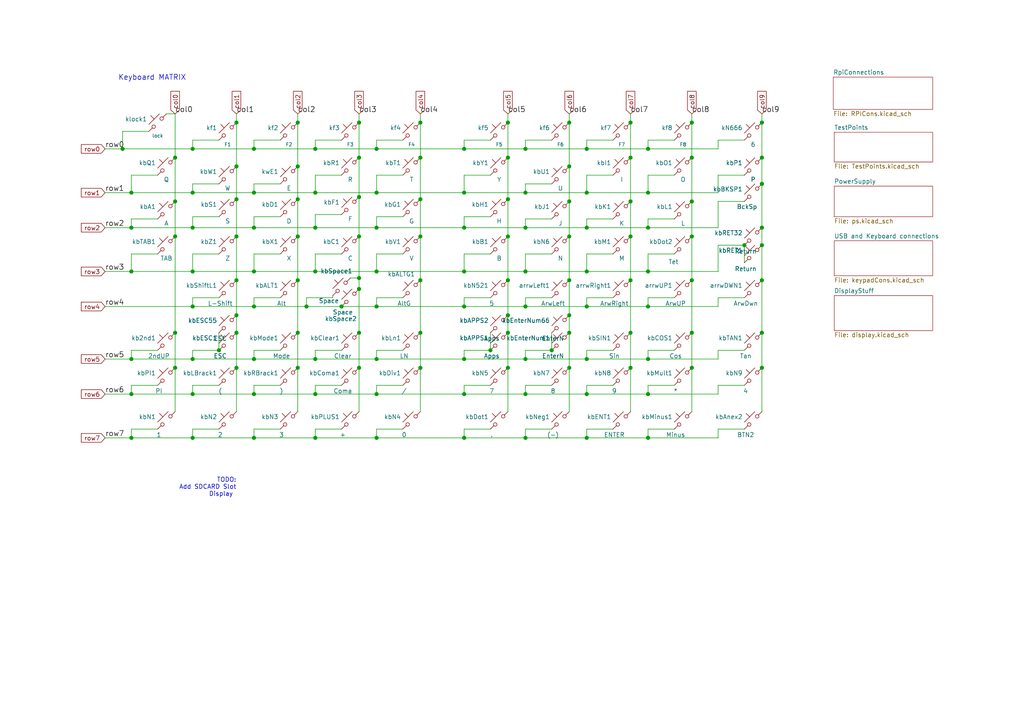
<source format=kicad_sch>
(kicad_sch (version 20210126) (generator eeschema)
  (paper "A4")
  (junction (at 35.56 43.18) (diameter 1.016))
  (junction (at 38.1 55.88) (diameter 1.016))
  (junction (at 38.1 66.04) (diameter 1.016))
  (junction (at 38.1 78.74) (diameter 1.016))
  (junction (at 38.1 104.14) (diameter 1.016))
  (junction (at 38.1 114.3) (diameter 1.016))
  (junction (at 38.1 127) (diameter 1.016))
  (junction (at 50.8 45.72) (diameter 1.016))
  (junction (at 50.8 58.42) (diameter 1.016))
  (junction (at 50.8 68.58) (diameter 1.016))
  (junction (at 50.8 96.52) (diameter 1.016))
  (junction (at 50.8 106.68) (diameter 1.016))
  (junction (at 55.88 43.18) (diameter 1.016))
  (junction (at 55.88 55.88) (diameter 1.016))
  (junction (at 55.88 66.04) (diameter 1.016))
  (junction (at 55.88 78.74) (diameter 1.016))
  (junction (at 55.88 88.9) (diameter 1.016))
  (junction (at 55.88 104.14) (diameter 1.016))
  (junction (at 55.88 114.3) (diameter 1.016))
  (junction (at 55.88 127) (diameter 1.016))
  (junction (at 63.5 101.6) (diameter 1.016))
  (junction (at 68.58 35.56) (diameter 1.016))
  (junction (at 68.58 48.26) (diameter 1.016))
  (junction (at 68.58 57.785) (diameter 1.016))
  (junction (at 68.58 68.58) (diameter 1.016))
  (junction (at 68.58 81.28) (diameter 1.016))
  (junction (at 68.58 91.44) (diameter 1.016))
  (junction (at 68.58 96.52) (diameter 1.016))
  (junction (at 68.58 106.68) (diameter 1.016))
  (junction (at 73.66 43.18) (diameter 1.016))
  (junction (at 73.66 55.88) (diameter 1.016))
  (junction (at 73.66 66.04) (diameter 1.016))
  (junction (at 73.66 78.74) (diameter 1.016))
  (junction (at 73.66 88.9) (diameter 1.016))
  (junction (at 73.66 104.14) (diameter 1.016))
  (junction (at 73.66 114.3) (diameter 1.016))
  (junction (at 73.66 127) (diameter 1.016))
  (junction (at 86.36 35.56) (diameter 1.016))
  (junction (at 86.36 48.26) (diameter 1.016))
  (junction (at 86.36 57.785) (diameter 1.016))
  (junction (at 86.36 68.58) (diameter 1.016))
  (junction (at 86.36 81.28) (diameter 1.016))
  (junction (at 86.36 96.52) (diameter 1.016))
  (junction (at 86.36 106.68) (diameter 1.016))
  (junction (at 88.9 88.9) (diameter 1.016))
  (junction (at 91.44 43.18) (diameter 1.016))
  (junction (at 91.44 55.88) (diameter 1.016))
  (junction (at 91.44 66.04) (diameter 1.016))
  (junction (at 91.44 78.74) (diameter 1.016))
  (junction (at 91.44 104.14) (diameter 1.016))
  (junction (at 91.44 114.3) (diameter 1.016))
  (junction (at 91.44 127) (diameter 1.016))
  (junction (at 99.06 88.9) (diameter 1.016))
  (junction (at 104.14 35.56) (diameter 1.016))
  (junction (at 104.14 45.72) (diameter 1.016))
  (junction (at 104.14 57.15) (diameter 1.016))
  (junction (at 104.14 68.58) (diameter 1.016))
  (junction (at 104.14 80.645) (diameter 1.016))
  (junction (at 104.14 83.82) (diameter 1.016))
  (junction (at 104.14 96.52) (diameter 1.016))
  (junction (at 104.14 106.68) (diameter 1.016))
  (junction (at 109.22 43.18) (diameter 1.016))
  (junction (at 109.22 55.88) (diameter 1.016))
  (junction (at 109.22 66.04) (diameter 1.016))
  (junction (at 109.22 78.74) (diameter 1.016))
  (junction (at 109.22 88.9) (diameter 1.016))
  (junction (at 109.22 104.14) (diameter 1.016))
  (junction (at 109.22 114.3) (diameter 1.016))
  (junction (at 109.22 127) (diameter 1.016))
  (junction (at 121.92 35.56) (diameter 1.016))
  (junction (at 121.92 45.72) (diameter 1.016))
  (junction (at 121.92 57.785) (diameter 1.016))
  (junction (at 121.92 68.58) (diameter 1.016))
  (junction (at 121.92 81.28) (diameter 1.016))
  (junction (at 121.92 96.52) (diameter 1.016))
  (junction (at 121.92 106.68) (diameter 1.016))
  (junction (at 134.62 43.18) (diameter 1.016))
  (junction (at 134.62 55.88) (diameter 1.016))
  (junction (at 134.62 66.04) (diameter 1.016))
  (junction (at 134.62 78.74) (diameter 1.016))
  (junction (at 134.62 88.9) (diameter 1.016))
  (junction (at 134.62 104.14) (diameter 1.016))
  (junction (at 134.62 114.3) (diameter 1.016))
  (junction (at 134.62 127) (diameter 1.016))
  (junction (at 142.24 101.6) (diameter 1.016))
  (junction (at 147.32 35.56) (diameter 1.016))
  (junction (at 147.32 45.72) (diameter 1.016))
  (junction (at 147.32 57.785) (diameter 1.016))
  (junction (at 147.32 68.58) (diameter 1.016))
  (junction (at 147.32 81.28) (diameter 1.016))
  (junction (at 147.32 91.44) (diameter 1.016))
  (junction (at 147.32 96.52) (diameter 1.016))
  (junction (at 147.32 106.68) (diameter 1.016))
  (junction (at 152.4 43.18) (diameter 1.016))
  (junction (at 152.4 55.88) (diameter 1.016))
  (junction (at 152.4 66.04) (diameter 1.016))
  (junction (at 152.4 78.74) (diameter 1.016))
  (junction (at 152.4 88.9) (diameter 1.016))
  (junction (at 152.4 104.14) (diameter 1.016))
  (junction (at 152.4 114.3) (diameter 1.016))
  (junction (at 152.4 127) (diameter 1.016))
  (junction (at 160.02 101.6) (diameter 1.016))
  (junction (at 165.1 35.56) (diameter 1.016))
  (junction (at 165.1 48.26) (diameter 1.016))
  (junction (at 165.1 58.42) (diameter 1.016))
  (junction (at 165.1 68.58) (diameter 1.016))
  (junction (at 165.1 81.28) (diameter 1.016))
  (junction (at 165.1 91.44) (diameter 1.016))
  (junction (at 165.1 96.52) (diameter 1.016))
  (junction (at 165.1 106.68) (diameter 1.016))
  (junction (at 170.18 43.18) (diameter 1.016))
  (junction (at 170.18 55.88) (diameter 1.016))
  (junction (at 170.18 66.04) (diameter 1.016))
  (junction (at 170.18 78.74) (diameter 1.016))
  (junction (at 170.18 88.9) (diameter 1.016))
  (junction (at 170.18 104.14) (diameter 1.016))
  (junction (at 170.18 114.3) (diameter 1.016))
  (junction (at 170.18 127) (diameter 1.016))
  (junction (at 182.88 35.56) (diameter 1.016))
  (junction (at 182.88 45.72) (diameter 1.016))
  (junction (at 182.88 58.42) (diameter 1.016))
  (junction (at 182.88 68.58) (diameter 1.016))
  (junction (at 182.88 81.28) (diameter 1.016))
  (junction (at 182.88 96.52) (diameter 1.016))
  (junction (at 182.88 106.68) (diameter 1.016))
  (junction (at 187.96 43.18) (diameter 1.016))
  (junction (at 187.96 55.88) (diameter 1.016))
  (junction (at 187.96 66.04) (diameter 1.016))
  (junction (at 187.96 78.74) (diameter 1.016))
  (junction (at 187.96 88.9) (diameter 1.016))
  (junction (at 187.96 104.14) (diameter 1.016))
  (junction (at 187.96 114.3) (diameter 1.016))
  (junction (at 187.96 127) (diameter 1.016))
  (junction (at 200.66 35.56) (diameter 1.016))
  (junction (at 200.66 45.72) (diameter 1.016))
  (junction (at 200.66 58.42) (diameter 1.016))
  (junction (at 200.66 68.58) (diameter 1.016))
  (junction (at 200.66 81.28) (diameter 1.016))
  (junction (at 200.66 96.52) (diameter 1.016))
  (junction (at 200.66 106.68) (diameter 1.016))
  (junction (at 215.9 71.12) (diameter 1.016))
  (junction (at 220.98 35.56) (diameter 1.016))
  (junction (at 220.98 45.72) (diameter 1.016))
  (junction (at 220.98 53.34) (diameter 1.016))
  (junction (at 220.98 66.04) (diameter 1.016))
  (junction (at 220.98 71.12) (diameter 1.016))
  (junction (at 220.98 81.28) (diameter 1.016))
  (junction (at 220.98 96.52) (diameter 1.016))
  (junction (at 220.98 106.68) (diameter 1.016))
  (wire (pts (xy 30.48 43.18) (xy 35.56 43.18)))
  (wire (pts (xy 30.48 55.88) (xy 38.1 55.88)))
  (wire (pts (xy 30.48 66.04) (xy 38.1 66.04)))
  (wire (pts (xy 30.48 78.74) (xy 38.1 78.74)))
  (wire (pts (xy 30.48 88.9) (xy 55.88 88.9)))
  (wire (pts (xy 30.48 104.14) (xy 38.1 104.14)))
  (wire (pts (xy 30.48 114.3) (xy 38.1 114.3)))
  (wire (pts (xy 30.48 127) (xy 38.1 127)))
  (wire (pts (xy 35.56 38.1) (xy 35.56 43.18)))
  (wire (pts (xy 35.56 38.1) (xy 43.18 38.1)))
  (wire (pts (xy 35.56 43.18) (xy 55.88 43.18)))
  (wire (pts (xy 38.1 50.8) (xy 38.1 55.88)))
  (wire (pts (xy 38.1 50.8) (xy 45.72 50.8)))
  (wire (pts (xy 38.1 55.88) (xy 55.88 55.88)))
  (wire (pts (xy 38.1 63.5) (xy 38.1 66.04)))
  (wire (pts (xy 38.1 63.5) (xy 45.72 63.5)))
  (wire (pts (xy 38.1 66.04) (xy 55.88 66.04)))
  (wire (pts (xy 38.1 73.66) (xy 38.1 78.74)))
  (wire (pts (xy 38.1 73.66) (xy 45.72 73.66)))
  (wire (pts (xy 38.1 78.74) (xy 55.88 78.74)))
  (wire (pts (xy 38.1 101.6) (xy 38.1 104.14)))
  (wire (pts (xy 38.1 101.6) (xy 45.72 101.6)))
  (wire (pts (xy 38.1 104.14) (xy 55.88 104.14)))
  (wire (pts (xy 38.1 111.76) (xy 38.1 114.3)))
  (wire (pts (xy 38.1 111.76) (xy 45.72 111.76)))
  (wire (pts (xy 38.1 114.3) (xy 55.88 114.3)))
  (wire (pts (xy 38.1 124.46) (xy 38.1 127)))
  (wire (pts (xy 38.1 124.46) (xy 45.72 124.46)))
  (wire (pts (xy 38.1 127) (xy 55.88 127)))
  (wire (pts (xy 48.26 33.02) (xy 50.8 33.02)))
  (wire (pts (xy 50.8 33.02) (xy 50.8 45.72)))
  (wire (pts (xy 50.8 45.72) (xy 50.8 58.42)))
  (wire (pts (xy 50.8 58.42) (xy 50.8 68.58)))
  (wire (pts (xy 50.8 68.58) (xy 50.8 96.52)))
  (wire (pts (xy 50.8 96.52) (xy 50.8 106.68)))
  (wire (pts (xy 50.8 106.68) (xy 50.8 119.38)))
  (wire (pts (xy 55.88 40.64) (xy 55.88 43.18)))
  (wire (pts (xy 55.88 40.64) (xy 63.5 40.64)))
  (wire (pts (xy 55.88 43.18) (xy 73.66 43.18)))
  (wire (pts (xy 55.88 53.34) (xy 55.88 55.88)))
  (wire (pts (xy 55.88 53.34) (xy 63.5 53.34)))
  (wire (pts (xy 55.88 55.88) (xy 73.66 55.88)))
  (wire (pts (xy 55.88 62.865) (xy 55.88 66.04)))
  (wire (pts (xy 55.88 62.865) (xy 63.5 62.865)))
  (wire (pts (xy 55.88 66.04) (xy 73.66 66.04)))
  (wire (pts (xy 55.88 73.66) (xy 55.88 78.74)))
  (wire (pts (xy 55.88 73.66) (xy 63.5 73.66)))
  (wire (pts (xy 55.88 78.74) (xy 73.66 78.74)))
  (wire (pts (xy 55.88 86.36) (xy 55.88 88.9)))
  (wire (pts (xy 55.88 86.36) (xy 63.5 86.36)))
  (wire (pts (xy 55.88 88.9) (xy 73.66 88.9)))
  (wire (pts (xy 55.88 101.6) (xy 55.88 104.14)))
  (wire (pts (xy 55.88 101.6) (xy 63.5 101.6)))
  (wire (pts (xy 55.88 104.14) (xy 73.66 104.14)))
  (wire (pts (xy 55.88 111.76) (xy 55.88 114.3)))
  (wire (pts (xy 55.88 111.76) (xy 63.5 111.76)))
  (wire (pts (xy 55.88 114.3) (xy 73.66 114.3)))
  (wire (pts (xy 55.88 124.46) (xy 55.88 127)))
  (wire (pts (xy 55.88 124.46) (xy 63.5 124.46)))
  (wire (pts (xy 55.88 127) (xy 73.66 127)))
  (wire (pts (xy 63.5 96.52) (xy 63.5 101.6)))
  (wire (pts (xy 68.58 33.02) (xy 68.58 35.56)))
  (wire (pts (xy 68.58 35.56) (xy 68.58 48.26)))
  (wire (pts (xy 68.58 48.26) (xy 68.58 57.785)))
  (wire (pts (xy 68.58 57.785) (xy 68.58 68.58)))
  (wire (pts (xy 68.58 68.58) (xy 68.58 81.28)))
  (wire (pts (xy 68.58 81.28) (xy 68.58 91.44)))
  (wire (pts (xy 68.58 91.44) (xy 68.58 96.52)))
  (wire (pts (xy 68.58 96.52) (xy 68.58 106.68)))
  (wire (pts (xy 68.58 106.68) (xy 68.58 119.38)))
  (wire (pts (xy 73.66 40.64) (xy 73.66 43.18)))
  (wire (pts (xy 73.66 40.64) (xy 81.28 40.64)))
  (wire (pts (xy 73.66 43.18) (xy 91.44 43.18)))
  (wire (pts (xy 73.66 53.34) (xy 73.66 55.88)))
  (wire (pts (xy 73.66 53.34) (xy 81.28 53.34)))
  (wire (pts (xy 73.66 55.88) (xy 91.44 55.88)))
  (wire (pts (xy 73.66 62.865) (xy 73.66 66.04)))
  (wire (pts (xy 73.66 62.865) (xy 81.28 62.865)))
  (wire (pts (xy 73.66 66.04) (xy 91.44 66.04)))
  (wire (pts (xy 73.66 73.66) (xy 73.66 78.74)))
  (wire (pts (xy 73.66 73.66) (xy 81.28 73.66)))
  (wire (pts (xy 73.66 78.74) (xy 91.44 78.74)))
  (wire (pts (xy 73.66 86.36) (xy 73.66 88.9)))
  (wire (pts (xy 73.66 86.36) (xy 81.28 86.36)))
  (wire (pts (xy 73.66 88.9) (xy 88.9 88.9)))
  (wire (pts (xy 73.66 101.6) (xy 73.66 104.14)))
  (wire (pts (xy 73.66 101.6) (xy 81.28 101.6)))
  (wire (pts (xy 73.66 104.14) (xy 91.44 104.14)))
  (wire (pts (xy 73.66 111.76) (xy 73.66 114.3)))
  (wire (pts (xy 73.66 111.76) (xy 81.28 111.76)))
  (wire (pts (xy 73.66 114.3) (xy 91.44 114.3)))
  (wire (pts (xy 73.66 124.46) (xy 73.66 127)))
  (wire (pts (xy 73.66 124.46) (xy 81.28 124.46)))
  (wire (pts (xy 73.66 127) (xy 91.44 127)))
  (wire (pts (xy 86.36 33.02) (xy 86.36 35.56)))
  (wire (pts (xy 86.36 35.56) (xy 86.36 48.26)))
  (wire (pts (xy 86.36 48.26) (xy 86.36 57.785)))
  (wire (pts (xy 86.36 57.785) (xy 86.36 68.58)))
  (wire (pts (xy 86.36 68.58) (xy 86.36 81.28)))
  (wire (pts (xy 86.36 81.28) (xy 86.36 96.52)))
  (wire (pts (xy 86.36 96.52) (xy 86.36 106.68)))
  (wire (pts (xy 86.36 106.68) (xy 86.36 119.38)))
  (wire (pts (xy 88.9 86.36) (xy 88.9 88.9)))
  (wire (pts (xy 88.9 86.36) (xy 96.52 86.36)))
  (wire (pts (xy 88.9 88.9) (xy 99.06 88.9)))
  (wire (pts (xy 91.44 40.64) (xy 91.44 43.18)))
  (wire (pts (xy 91.44 40.64) (xy 99.06 40.64)))
  (wire (pts (xy 91.44 43.18) (xy 109.22 43.18)))
  (wire (pts (xy 91.44 50.8) (xy 91.44 55.88)))
  (wire (pts (xy 91.44 50.8) (xy 99.06 50.8)))
  (wire (pts (xy 91.44 55.88) (xy 109.22 55.88)))
  (wire (pts (xy 91.44 62.23) (xy 91.44 66.04)))
  (wire (pts (xy 91.44 62.23) (xy 99.06 62.23)))
  (wire (pts (xy 91.44 66.04) (xy 109.22 66.04)))
  (wire (pts (xy 91.44 73.66) (xy 91.44 78.74)))
  (wire (pts (xy 91.44 73.66) (xy 99.06 73.66)))
  (wire (pts (xy 91.44 78.74) (xy 109.22 78.74)))
  (wire (pts (xy 91.44 101.6) (xy 91.44 104.14)))
  (wire (pts (xy 91.44 101.6) (xy 99.06 101.6)))
  (wire (pts (xy 91.44 104.14) (xy 109.22 104.14)))
  (wire (pts (xy 91.44 111.76) (xy 91.44 114.3)))
  (wire (pts (xy 91.44 111.76) (xy 99.06 111.76)))
  (wire (pts (xy 91.44 114.3) (xy 109.22 114.3)))
  (wire (pts (xy 91.44 124.46) (xy 91.44 127)))
  (wire (pts (xy 91.44 124.46) (xy 99.06 124.46)))
  (wire (pts (xy 91.44 127) (xy 109.22 127)))
  (wire (pts (xy 96.52 85.725) (xy 96.52 86.36)))
  (wire (pts (xy 99.06 88.9) (xy 109.22 88.9)))
  (wire (pts (xy 101.6 80.645) (xy 104.14 80.645)))
  (wire (pts (xy 104.14 33.02) (xy 104.14 35.56)))
  (wire (pts (xy 104.14 35.56) (xy 104.14 45.72)))
  (wire (pts (xy 104.14 45.72) (xy 104.14 57.15)))
  (wire (pts (xy 104.14 57.15) (xy 104.14 68.58)))
  (wire (pts (xy 104.14 68.58) (xy 104.14 80.645)))
  (wire (pts (xy 104.14 80.645) (xy 104.14 83.82)))
  (wire (pts (xy 104.14 83.82) (xy 104.14 96.52)))
  (wire (pts (xy 104.14 96.52) (xy 104.14 106.68)))
  (wire (pts (xy 104.14 106.68) (xy 104.14 119.38)))
  (wire (pts (xy 109.22 40.64) (xy 109.22 43.18)))
  (wire (pts (xy 109.22 40.64) (xy 116.84 40.64)))
  (wire (pts (xy 109.22 43.18) (xy 134.62 43.18)))
  (wire (pts (xy 109.22 50.8) (xy 109.22 55.88)))
  (wire (pts (xy 109.22 50.8) (xy 116.84 50.8)))
  (wire (pts (xy 109.22 55.88) (xy 134.62 55.88)))
  (wire (pts (xy 109.22 62.865) (xy 109.22 66.04)))
  (wire (pts (xy 109.22 62.865) (xy 116.84 62.865)))
  (wire (pts (xy 109.22 66.04) (xy 134.62 66.04)))
  (wire (pts (xy 109.22 73.66) (xy 109.22 78.74)))
  (wire (pts (xy 109.22 73.66) (xy 116.84 73.66)))
  (wire (pts (xy 109.22 78.74) (xy 134.62 78.74)))
  (wire (pts (xy 109.22 86.36) (xy 109.22 88.9)))
  (wire (pts (xy 109.22 86.36) (xy 116.84 86.36)))
  (wire (pts (xy 109.22 88.9) (xy 134.62 88.9)))
  (wire (pts (xy 109.22 101.6) (xy 109.22 104.14)))
  (wire (pts (xy 109.22 101.6) (xy 116.84 101.6)))
  (wire (pts (xy 109.22 104.14) (xy 134.62 104.14)))
  (wire (pts (xy 109.22 111.76) (xy 109.22 114.3)))
  (wire (pts (xy 109.22 111.76) (xy 116.84 111.76)))
  (wire (pts (xy 109.22 114.3) (xy 134.62 114.3)))
  (wire (pts (xy 109.22 124.46) (xy 109.22 127)))
  (wire (pts (xy 109.22 124.46) (xy 116.84 124.46)))
  (wire (pts (xy 109.22 127) (xy 134.62 127)))
  (wire (pts (xy 121.92 33.02) (xy 121.92 35.56)))
  (wire (pts (xy 121.92 35.56) (xy 121.92 45.72)))
  (wire (pts (xy 121.92 45.72) (xy 121.92 57.785)))
  (wire (pts (xy 121.92 57.785) (xy 121.92 68.58)))
  (wire (pts (xy 121.92 68.58) (xy 121.92 81.28)))
  (wire (pts (xy 121.92 81.28) (xy 121.92 96.52)))
  (wire (pts (xy 121.92 96.52) (xy 121.92 106.68)))
  (wire (pts (xy 121.92 106.68) (xy 121.92 119.38)))
  (wire (pts (xy 134.62 40.64) (xy 134.62 43.18)))
  (wire (pts (xy 134.62 40.64) (xy 142.24 40.64)))
  (wire (pts (xy 134.62 43.18) (xy 152.4 43.18)))
  (wire (pts (xy 134.62 50.8) (xy 134.62 55.88)))
  (wire (pts (xy 134.62 50.8) (xy 142.24 50.8)))
  (wire (pts (xy 134.62 55.88) (xy 152.4 55.88)))
  (wire (pts (xy 134.62 62.865) (xy 134.62 66.04)))
  (wire (pts (xy 134.62 62.865) (xy 142.24 62.865)))
  (wire (pts (xy 134.62 66.04) (xy 152.4 66.04)))
  (wire (pts (xy 134.62 73.66) (xy 134.62 78.74)))
  (wire (pts (xy 134.62 73.66) (xy 142.24 73.66)))
  (wire (pts (xy 134.62 78.74) (xy 152.4 78.74)))
  (wire (pts (xy 134.62 86.36) (xy 134.62 88.9)))
  (wire (pts (xy 134.62 86.36) (xy 142.24 86.36)))
  (wire (pts (xy 134.62 88.9) (xy 152.4 88.9)))
  (wire (pts (xy 134.62 101.6) (xy 134.62 104.14)))
  (wire (pts (xy 134.62 101.6) (xy 142.24 101.6)))
  (wire (pts (xy 134.62 104.14) (xy 152.4 104.14)))
  (wire (pts (xy 134.62 111.76) (xy 134.62 114.3)))
  (wire (pts (xy 134.62 111.76) (xy 142.24 111.76)))
  (wire (pts (xy 134.62 114.3) (xy 152.4 114.3)))
  (wire (pts (xy 134.62 124.46) (xy 134.62 127)))
  (wire (pts (xy 134.62 124.46) (xy 142.24 124.46)))
  (wire (pts (xy 134.62 127) (xy 152.4 127)))
  (wire (pts (xy 142.24 96.52) (xy 142.24 101.6)))
  (wire (pts (xy 147.32 33.02) (xy 147.32 35.56)))
  (wire (pts (xy 147.32 35.56) (xy 147.32 45.72)))
  (wire (pts (xy 147.32 45.72) (xy 147.32 57.785)))
  (wire (pts (xy 147.32 57.785) (xy 147.32 68.58)))
  (wire (pts (xy 147.32 68.58) (xy 147.32 81.28)))
  (wire (pts (xy 147.32 81.28) (xy 147.32 91.44)))
  (wire (pts (xy 147.32 91.44) (xy 147.32 96.52)))
  (wire (pts (xy 147.32 96.52) (xy 147.32 106.68)))
  (wire (pts (xy 147.32 106.68) (xy 147.32 119.38)))
  (wire (pts (xy 152.4 40.64) (xy 152.4 43.18)))
  (wire (pts (xy 152.4 40.64) (xy 160.02 40.64)))
  (wire (pts (xy 152.4 43.18) (xy 170.18 43.18)))
  (wire (pts (xy 152.4 53.34) (xy 152.4 55.88)))
  (wire (pts (xy 152.4 53.34) (xy 160.02 53.34)))
  (wire (pts (xy 152.4 55.88) (xy 170.18 55.88)))
  (wire (pts (xy 152.4 63.5) (xy 152.4 66.04)))
  (wire (pts (xy 152.4 63.5) (xy 160.02 63.5)))
  (wire (pts (xy 152.4 66.04) (xy 170.18 66.04)))
  (wire (pts (xy 152.4 73.66) (xy 152.4 78.74)))
  (wire (pts (xy 152.4 73.66) (xy 160.02 73.66)))
  (wire (pts (xy 152.4 78.74) (xy 170.18 78.74)))
  (wire (pts (xy 152.4 86.36) (xy 152.4 88.9)))
  (wire (pts (xy 152.4 86.36) (xy 160.02 86.36)))
  (wire (pts (xy 152.4 88.9) (xy 170.18 88.9)))
  (wire (pts (xy 152.4 101.6) (xy 152.4 104.14)))
  (wire (pts (xy 152.4 101.6) (xy 160.02 101.6)))
  (wire (pts (xy 152.4 104.14) (xy 170.18 104.14)))
  (wire (pts (xy 152.4 111.76) (xy 152.4 114.3)))
  (wire (pts (xy 152.4 111.76) (xy 160.02 111.76)))
  (wire (pts (xy 152.4 114.3) (xy 170.18 114.3)))
  (wire (pts (xy 152.4 124.46) (xy 152.4 127)))
  (wire (pts (xy 152.4 124.46) (xy 160.02 124.46)))
  (wire (pts (xy 152.4 127) (xy 170.18 127)))
  (wire (pts (xy 160.02 96.52) (xy 160.02 101.6)))
  (wire (pts (xy 165.1 33.02) (xy 165.1 35.56)))
  (wire (pts (xy 165.1 35.56) (xy 165.1 48.26)))
  (wire (pts (xy 165.1 48.26) (xy 165.1 58.42)))
  (wire (pts (xy 165.1 58.42) (xy 165.1 68.58)))
  (wire (pts (xy 165.1 68.58) (xy 165.1 81.28)))
  (wire (pts (xy 165.1 81.28) (xy 165.1 91.44)))
  (wire (pts (xy 165.1 91.44) (xy 165.1 96.52)))
  (wire (pts (xy 165.1 96.52) (xy 165.1 106.68)))
  (wire (pts (xy 165.1 106.68) (xy 165.1 119.38)))
  (wire (pts (xy 170.18 40.64) (xy 170.18 43.18)))
  (wire (pts (xy 170.18 40.64) (xy 177.8 40.64)))
  (wire (pts (xy 170.18 43.18) (xy 187.96 43.18)))
  (wire (pts (xy 170.18 50.8) (xy 170.18 55.88)))
  (wire (pts (xy 170.18 50.8) (xy 177.8 50.8)))
  (wire (pts (xy 170.18 55.88) (xy 187.96 55.88)))
  (wire (pts (xy 170.18 63.5) (xy 170.18 66.04)))
  (wire (pts (xy 170.18 63.5) (xy 177.8 63.5)))
  (wire (pts (xy 170.18 66.04) (xy 187.96 66.04)))
  (wire (pts (xy 170.18 73.66) (xy 170.18 78.74)))
  (wire (pts (xy 170.18 73.66) (xy 177.8 73.66)))
  (wire (pts (xy 170.18 78.74) (xy 187.96 78.74)))
  (wire (pts (xy 170.18 86.36) (xy 170.18 88.9)))
  (wire (pts (xy 170.18 86.36) (xy 177.8 86.36)))
  (wire (pts (xy 170.18 88.9) (xy 187.96 88.9)))
  (wire (pts (xy 170.18 101.6) (xy 170.18 104.14)))
  (wire (pts (xy 170.18 101.6) (xy 177.8 101.6)))
  (wire (pts (xy 170.18 104.14) (xy 187.96 104.14)))
  (wire (pts (xy 170.18 111.76) (xy 170.18 114.3)))
  (wire (pts (xy 170.18 111.76) (xy 177.8 111.76)))
  (wire (pts (xy 170.18 114.3) (xy 187.96 114.3)))
  (wire (pts (xy 170.18 124.46) (xy 170.18 127)))
  (wire (pts (xy 170.18 124.46) (xy 177.8 124.46)))
  (wire (pts (xy 170.18 127) (xy 187.96 127)))
  (wire (pts (xy 182.88 33.02) (xy 182.88 35.56)))
  (wire (pts (xy 182.88 35.56) (xy 182.88 45.72)))
  (wire (pts (xy 182.88 45.72) (xy 182.88 58.42)))
  (wire (pts (xy 182.88 58.42) (xy 182.88 68.58)))
  (wire (pts (xy 182.88 68.58) (xy 182.88 81.28)))
  (wire (pts (xy 182.88 81.28) (xy 182.88 96.52)))
  (wire (pts (xy 182.88 96.52) (xy 182.88 106.68)))
  (wire (pts (xy 182.88 106.68) (xy 182.88 119.38)))
  (wire (pts (xy 187.96 40.64) (xy 187.96 43.18)))
  (wire (pts (xy 187.96 40.64) (xy 195.58 40.64)))
  (wire (pts (xy 187.96 43.18) (xy 208.28 43.18)))
  (wire (pts (xy 187.96 50.8) (xy 187.96 55.88)))
  (wire (pts (xy 187.96 50.8) (xy 195.58 50.8)))
  (wire (pts (xy 187.96 55.88) (xy 208.28 55.88)))
  (wire (pts (xy 187.96 63.5) (xy 187.96 66.04)))
  (wire (pts (xy 187.96 63.5) (xy 195.58 63.5)))
  (wire (pts (xy 187.96 66.04) (xy 208.28 66.04)))
  (wire (pts (xy 187.96 73.66) (xy 187.96 78.74)))
  (wire (pts (xy 187.96 73.66) (xy 195.58 73.66)))
  (wire (pts (xy 187.96 78.74) (xy 208.28 78.74)))
  (wire (pts (xy 187.96 86.36) (xy 187.96 88.9)))
  (wire (pts (xy 187.96 86.36) (xy 195.58 86.36)))
  (wire (pts (xy 187.96 88.9) (xy 208.28 88.9)))
  (wire (pts (xy 187.96 101.6) (xy 187.96 104.14)))
  (wire (pts (xy 187.96 101.6) (xy 195.58 101.6)))
  (wire (pts (xy 187.96 104.14) (xy 208.28 104.14)))
  (wire (pts (xy 187.96 111.76) (xy 187.96 114.3)))
  (wire (pts (xy 187.96 111.76) (xy 195.58 111.76)))
  (wire (pts (xy 187.96 114.3) (xy 208.28 114.3)))
  (wire (pts (xy 187.96 124.46) (xy 187.96 127)))
  (wire (pts (xy 187.96 124.46) (xy 195.58 124.46)))
  (wire (pts (xy 187.96 127) (xy 208.28 127)))
  (wire (pts (xy 200.66 33.02) (xy 200.66 35.56)))
  (wire (pts (xy 200.66 35.56) (xy 200.66 45.72)))
  (wire (pts (xy 200.66 45.72) (xy 200.66 58.42)))
  (wire (pts (xy 200.66 58.42) (xy 200.66 68.58)))
  (wire (pts (xy 200.66 68.58) (xy 200.66 81.28)))
  (wire (pts (xy 200.66 81.28) (xy 200.66 96.52)))
  (wire (pts (xy 200.66 96.52) (xy 200.66 106.68)))
  (wire (pts (xy 200.66 106.68) (xy 200.66 119.38)))
  (wire (pts (xy 208.28 40.64) (xy 208.28 43.18)))
  (wire (pts (xy 208.28 40.64) (xy 215.9 40.64)))
  (wire (pts (xy 208.28 50.8) (xy 208.28 55.88)))
  (wire (pts (xy 208.28 50.8) (xy 215.9 50.8)))
  (wire (pts (xy 208.28 58.42) (xy 208.28 66.04)))
  (wire (pts (xy 208.28 58.42) (xy 215.9 58.42)))
  (wire (pts (xy 208.28 71.12) (xy 208.28 78.74)))
  (wire (pts (xy 208.28 71.12) (xy 215.9 71.12)))
  (wire (pts (xy 208.28 86.36) (xy 208.28 88.9)))
  (wire (pts (xy 208.28 86.36) (xy 215.9 86.36)))
  (wire (pts (xy 208.28 101.6) (xy 208.28 104.14)))
  (wire (pts (xy 208.28 101.6) (xy 215.9 101.6)))
  (wire (pts (xy 208.28 111.76) (xy 208.28 114.3)))
  (wire (pts (xy 208.28 111.76) (xy 215.9 111.76)))
  (wire (pts (xy 208.28 124.46) (xy 208.28 127)))
  (wire (pts (xy 208.28 124.46) (xy 215.9 124.46)))
  (wire (pts (xy 215.9 71.12) (xy 215.9 76.2)))
  (wire (pts (xy 220.98 33.02) (xy 220.98 35.56)))
  (wire (pts (xy 220.98 35.56) (xy 220.98 45.72)))
  (wire (pts (xy 220.98 45.72) (xy 220.98 53.34)))
  (wire (pts (xy 220.98 53.34) (xy 220.98 66.04)))
  (wire (pts (xy 220.98 66.04) (xy 220.98 71.12)))
  (wire (pts (xy 220.98 71.12) (xy 220.98 81.28)))
  (wire (pts (xy 220.98 81.28) (xy 220.98 96.52)))
  (wire (pts (xy 220.98 96.52) (xy 220.98 106.68)))
  (wire (pts (xy 220.98 106.68) (xy 220.98 119.38)))
  (text "Keyboard MATRIX" (at 34.29 23.495 0) (effects (font (size 1.524 1.524)) (justify left bottom)))
  (text "TODO:\nAdd SDCARD Slot\nDisplay " (at 68.58 144.145 180) (effects (font (size 1.27 1.27)) (justify right bottom)))
  (label "row0" (at 30.48 43.18 0) (effects (font (size 1.524 1.524))))
  (label "row1" (at 30.48 55.88 0) (effects (font (size 1.524 1.524))))
  (label "row2" (at 30.48 66.04 0) (effects (font (size 1.524 1.524))))
  (label "row3" (at 30.48 78.74 0) (effects (font (size 1.524 1.524))))
  (label "row4" (at 30.48 88.9 0) (effects (font (size 1.524 1.524))))
  (label "row5" (at 30.48 104.14 0) (effects (font (size 1.524 1.524))))
  (label "row6" (at 30.48 114.3 0) (effects (font (size 1.524 1.524))))
  (label "row7" (at 30.48 127 0) (effects (font (size 1.524 1.524))))
  (label "col0" (at 50.8 33.02 0) (effects (font (size 1.524 1.524))))
  (label "col1" (at 68.58 33.02 0) (effects (font (size 1.524 1.524))))
  (label "col2" (at 86.36 33.02 0) (effects (font (size 1.524 1.524))))
  (label "col3" (at 104.14 33.02 0) (effects (font (size 1.524 1.524))))
  (label "col4" (at 121.92 33.02 0) (effects (font (size 1.524 1.524))))
  (label "col5" (at 147.32 33.02 0) (effects (font (size 1.524 1.524))))
  (label "col6" (at 165.1 33.02 0) (effects (font (size 1.524 1.524))))
  (label "col7" (at 182.88 33.02 0) (effects (font (size 1.524 1.524))))
  (label "col8" (at 200.66 33.02 0) (effects (font (size 1.524 1.524))))
  (label "col9" (at 220.98 33.02 0) (effects (font (size 1.524 1.524))))
  (global_label "row0" (shape input) (at 30.48 43.18 180) (property "Intersheet References" "${INTERSHEET_REFS}" (effects hide)))
  (global_label "row1" (shape input) (at 30.48 55.88 180) (property "Intersheet References" "${INTERSHEET_REFS}" (effects hide)))
  (global_label "row2" (shape input) (at 30.48 66.04 180) (property "Intersheet References" "${INTERSHEET_REFS}" (effects hide)))
  (global_label "row3" (shape input) (at 30.48 78.74 180) (property "Intersheet References" "${INTERSHEET_REFS}" (effects hide)))
  (global_label "row4" (shape input) (at 30.48 88.9 180) (property "Intersheet References" "${INTERSHEET_REFS}" (effects hide)))
  (global_label "row5" (shape input) (at 30.48 104.14 180) (property "Intersheet References" "${INTERSHEET_REFS}" (effects hide)))
  (global_label "row6" (shape input) (at 30.48 114.3 180) (property "Intersheet References" "${INTERSHEET_REFS}" (effects hide)))
  (global_label "row7" (shape input) (at 30.48 127 180) (property "Intersheet References" "${INTERSHEET_REFS}" (effects hide)))
  (global_label "col0" (shape input) (at 50.8 33.02 90) (property "Intersheet References" "${INTERSHEET_REFS}" (effects hide)))
  (global_label "col1" (shape input) (at 68.58 33.02 90) (property "Intersheet References" "${INTERSHEET_REFS}" (effects hide)))
  (global_label "col2" (shape input) (at 86.36 33.02 90) (property "Intersheet References" "${INTERSHEET_REFS}" (effects hide)))
  (global_label "col3" (shape input) (at 104.14 33.02 90) (property "Intersheet References" "${INTERSHEET_REFS}" (effects hide)))
  (global_label "col4" (shape input) (at 121.92 33.02 90) (property "Intersheet References" "${INTERSHEET_REFS}" (effects hide)))
  (global_label "col5" (shape input) (at 147.32 33.02 90) (property "Intersheet References" "${INTERSHEET_REFS}" (effects hide)))
  (global_label "col6" (shape input) (at 165.1 33.02 90) (property "Intersheet References" "${INTERSHEET_REFS}" (effects hide)))
  (global_label "col7" (shape input) (at 182.88 33.02 90) (property "Intersheet References" "${INTERSHEET_REFS}" (effects hide)))
  (global_label "col8" (shape input) (at 200.66 33.02 90) (property "Intersheet References" "${INTERSHEET_REFS}" (effects hide)))
  (global_label "col9" (shape input) (at 220.98 33.02 90) (property "Intersheet References" "${INTERSHEET_REFS}" (effects hide)))
  (symbol (lib_id "kb5-rescue:SW_Push_45deg-sw_push_45deg-ESP32-S2-WROOM-rescue") (at 45.72 35.56 0) (mirror y) (unit 1)
    (property "Reference" "klock1" (at 42.672 34.544 0) (effects (justify left)))
    (property "Value" "lock" (at 45.72 39.37 0) (effects (font (size 1 1))))
    (property "Footprint" "lib:Kbpad" (effects hide))
    (property "Datasheet" "https://fr.aliexpress.com/item/32820232659.html Button 6*6*5" (effects hide))
  )
  (symbol (lib_id "kb5-rescue:SW_Push_45deg-sw_push_45deg-ESP32-S2-WROOM-rescue") (at 48.26 48.26 0) (mirror y) (unit 1)
    (property "Reference" "kbQ1" (at 45.212 47.244 0) (effects (justify left)))
    (property "Value" "Q" (at 48.26 52.07 0))
    (property "Footprint" "lib:Kbpad" (effects hide))
  )
  (symbol (lib_id "kb5-rescue:SW_Push_45deg-sw_push_45deg-ESP32-S2-WROOM-rescue") (at 48.26 60.96 0) (mirror y) (unit 1)
    (property "Reference" "kbA1" (at 45.212 59.944 0) (effects (justify left)))
    (property "Value" "A" (at 48.26 64.77 0))
    (property "Footprint" "lib:Kbpad" (effects hide))
  )
  (symbol (lib_id "kb5-rescue:SW_Push_45deg-sw_push_45deg-ESP32-S2-WROOM-rescue") (at 48.26 71.12 0) (mirror y) (unit 1)
    (property "Reference" "kbTAB1" (at 45.212 70.104 0) (effects (justify left)))
    (property "Value" "TAB" (at 48.26 74.93 0))
    (property "Footprint" "lib:Kbpad" (effects hide))
  )
  (symbol (lib_id "kb5-rescue:SW_Push_45deg-sw_push_45deg-ESP32-S2-WROOM-rescue") (at 48.26 99.06 0) (mirror y) (unit 1)
    (property "Reference" "kb2nd1" (at 45.212 98.044 0) (effects (justify left)))
    (property "Value" "2ndUP" (at 46.101 103.251 0))
    (property "Footprint" "lib:Kbpad" (effects hide))
  )
  (symbol (lib_id "kb5-rescue:SW_Push_45deg-sw_push_45deg-ESP32-S2-WROOM-rescue") (at 48.26 109.22 0) (mirror y) (unit 1)
    (property "Reference" "kbPI1" (at 45.212 108.204 0) (effects (justify left)))
    (property "Value" "PI" (at 46.101 113.411 0))
    (property "Footprint" "lib:Kbpad" (effects hide))
  )
  (symbol (lib_id "kb5-rescue:SW_Push_45deg-sw_push_45deg-ESP32-S2-WROOM-rescue") (at 48.26 121.92 0) (mirror y) (unit 1)
    (property "Reference" "kbN1" (at 45.212 120.904 0) (effects (justify left)))
    (property "Value" "1" (at 46.101 126.111 0))
    (property "Footprint" "lib:Kbpad" (effects hide))
  )
  (symbol (lib_id "kb5-rescue:SW_Push_45deg-sw_push_45deg-ESP32-S2-WROOM-rescue") (at 66.04 38.1 0) (mirror y) (unit 1)
    (property "Reference" "kf1" (at 62.992 37.084 0) (effects (justify left)))
    (property "Value" "F1" (at 66.04 41.91 0) (effects (font (size 1 1))))
    (property "Footprint" "lib:Kbpad" (effects hide))
  )
  (symbol (lib_id "kb5-rescue:SW_Push_45deg-sw_push_45deg-ESP32-S2-WROOM-rescue") (at 66.04 50.8 0) (mirror y) (unit 1)
    (property "Reference" "kbW1" (at 62.992 49.784 0) (effects (justify left)))
    (property "Value" "W" (at 66.04 54.61 0))
    (property "Footprint" "lib:Kbpad" (effects hide))
  )
  (symbol (lib_id "kb5-rescue:SW_Push_45deg-sw_push_45deg-ESP32-S2-WROOM-rescue") (at 66.04 60.325 0) (mirror y) (unit 1)
    (property "Reference" "kbS1" (at 62.992 59.309 0) (effects (justify left)))
    (property "Value" "S" (at 66.04 64.135 0))
    (property "Footprint" "lib:Kbpad" (effects hide))
  )
  (symbol (lib_id "kb5-rescue:SW_Push_45deg-sw_push_45deg-ESP32-S2-WROOM-rescue") (at 66.04 71.12 0) (mirror y) (unit 1)
    (property "Reference" "kbZ1" (at 62.992 70.104 0) (effects (justify left)))
    (property "Value" "Z" (at 66.04 74.93 0))
    (property "Footprint" "lib:Kbpad" (effects hide))
  )
  (symbol (lib_id "kb5-rescue:SW_Push_45deg-sw_push_45deg-ESP32-S2-WROOM-rescue") (at 66.04 83.82 0) (mirror y) (unit 1)
    (property "Reference" "kbShiftL1" (at 62.992 82.804 0) (effects (justify left)))
    (property "Value" "L-Shift" (at 63.881 88.011 0))
    (property "Footprint" "lib:Kbpad" (effects hide))
  )
  (symbol (lib_id "kb5-rescue:SW_Push_45deg-sw_push_45deg-ESP32-S2-WROOM-rescue") (at 66.04 93.98 0) (mirror y) (unit 1)
    (property "Reference" "kbESC55" (at 62.992 92.964 0) (effects (justify left)))
    (property "Value" "ESC" (at 63.881 98.171 0))
    (property "Footprint" "lib:Kbpad" (effects hide))
  )
  (symbol (lib_id "kb5-rescue:SW_Push_45deg-sw_push_45deg-ESP32-S2-WROOM-rescue") (at 66.04 99.06 0) (mirror y) (unit 1)
    (property "Reference" "kbESC1" (at 62.992 98.044 0) (effects (justify left)))
    (property "Value" "ESC" (at 63.881 103.251 0))
    (property "Footprint" "lib:Kbpad" (effects hide))
  )
  (symbol (lib_id "kb5-rescue:SW_Push_45deg-sw_push_45deg-ESP32-S2-WROOM-rescue") (at 66.04 109.22 0) (mirror y) (unit 1)
    (property "Reference" "kbLBrack1" (at 62.992 108.204 0) (effects (justify left)))
    (property "Value" "(" (at 63.881 113.411 0))
    (property "Footprint" "lib:Kbpad" (effects hide))
  )
  (symbol (lib_id "kb5-rescue:SW_Push_45deg-sw_push_45deg-ESP32-S2-WROOM-rescue") (at 66.04 121.92 0) (mirror y) (unit 1)
    (property "Reference" "kbN2" (at 62.992 120.904 0) (effects (justify left)))
    (property "Value" "2" (at 63.881 126.111 0))
    (property "Footprint" "lib:Kbpad" (effects hide))
  )
  (symbol (lib_id "kb5-rescue:SW_Push_45deg-sw_push_45deg-ESP32-S2-WROOM-rescue") (at 83.82 38.1 0) (mirror y) (unit 1)
    (property "Reference" "kf2" (at 80.772 37.084 0) (effects (justify left)))
    (property "Value" "F2" (at 83.82 41.91 0) (effects (font (size 1 1))))
    (property "Footprint" "lib:Kbpad" (effects hide))
  )
  (symbol (lib_id "kb5-rescue:SW_Push_45deg-sw_push_45deg-ESP32-S2-WROOM-rescue") (at 83.82 50.8 0) (mirror y) (unit 1)
    (property "Reference" "kwE1" (at 80.772 49.784 0) (effects (justify left)))
    (property "Value" "E" (at 83.82 54.61 0))
    (property "Footprint" "lib:Kbpad" (effects hide))
  )
  (symbol (lib_id "kb5-rescue:SW_Push_45deg-sw_push_45deg-ESP32-S2-WROOM-rescue") (at 83.82 60.325 0) (mirror y) (unit 1)
    (property "Reference" "kbD1" (at 80.772 59.309 0) (effects (justify left)))
    (property "Value" "D" (at 83.82 64.135 0))
    (property "Footprint" "lib:Kbpad" (effects hide))
  )
  (symbol (lib_id "kb5-rescue:SW_Push_45deg-sw_push_45deg-ESP32-S2-WROOM-rescue") (at 83.82 71.12 0) (mirror y) (unit 1)
    (property "Reference" "kbX1" (at 80.772 70.104 0) (effects (justify left)))
    (property "Value" "X" (at 83.82 74.93 0))
    (property "Footprint" "lib:Kbpad" (effects hide))
  )
  (symbol (lib_id "kb5-rescue:SW_Push_45deg-sw_push_45deg-ESP32-S2-WROOM-rescue") (at 83.82 83.82 0) (mirror y) (unit 1)
    (property "Reference" "kbALT1" (at 80.772 82.804 0) (effects (justify left)))
    (property "Value" "Alt" (at 81.661 88.011 0))
    (property "Footprint" "lib:Kbpad" (effects hide))
  )
  (symbol (lib_id "kb5-rescue:SW_Push_45deg-sw_push_45deg-ESP32-S2-WROOM-rescue") (at 83.82 99.06 0) (mirror y) (unit 1)
    (property "Reference" "kbMode1" (at 80.772 98.044 0) (effects (justify left)))
    (property "Value" "Mode" (at 81.661 103.251 0))
    (property "Footprint" "lib:Kbpad" (effects hide))
  )
  (symbol (lib_id "kb5-rescue:SW_Push_45deg-sw_push_45deg-ESP32-S2-WROOM-rescue") (at 83.82 109.22 0) (mirror y) (unit 1)
    (property "Reference" "kbRBrack1" (at 80.772 108.204 0) (effects (justify left)))
    (property "Value" ")" (at 81.661 113.411 0))
    (property "Footprint" "lib:Kbpad" (effects hide))
  )
  (symbol (lib_id "kb5-rescue:SW_Push_45deg-sw_push_45deg-ESP32-S2-WROOM-rescue") (at 83.82 121.92 0) (mirror y) (unit 1)
    (property "Reference" "kbN3" (at 80.772 120.904 0) (effects (justify left)))
    (property "Value" "3" (at 81.661 126.111 0))
    (property "Footprint" "lib:Kbpad" (effects hide))
  )
  (symbol (lib_id "kb5-rescue:SW_Push_45deg-sw_push_45deg-ESP32-S2-WROOM-rescue") (at 99.06 83.185 0) (mirror y) (unit 1)
    (property "Reference" "kbSpace1" (at 102.235 78.613 0) (effects (justify left)))
    (property "Value" "Space" (at 95.377 87.249 0))
    (property "Footprint" "lib:Kbpad" (effects hide))
  )
  (symbol (lib_id "kb5-rescue:SW_Push_45deg-sw_push_45deg-ESP32-S2-WROOM-rescue") (at 101.6 38.1 0) (mirror y) (unit 1)
    (property "Reference" "kf3" (at 98.552 37.084 0) (effects (justify left)))
    (property "Value" "F3" (at 101.6 41.91 0) (effects (font (size 1 1))))
    (property "Footprint" "lib:Kbpad" (effects hide))
  )
  (symbol (lib_id "kb5-rescue:SW_Push_45deg-sw_push_45deg-ESP32-S2-WROOM-rescue") (at 101.6 48.26 0) (mirror y) (unit 1)
    (property "Reference" "kbR1" (at 98.552 47.244 0) (effects (justify left)))
    (property "Value" "R" (at 101.6 52.07 0))
    (property "Footprint" "lib:Kbpad" (effects hide))
  )
  (symbol (lib_id "kb5-rescue:SW_Push_45deg-sw_push_45deg-ESP32-S2-WROOM-rescue") (at 101.6 59.69 0) (mirror y) (unit 1)
    (property "Reference" "kbF1" (at 98.552 58.674 0) (effects (justify left)))
    (property "Value" "F" (at 101.6 63.5 0))
    (property "Footprint" "lib:Kbpad" (effects hide))
  )
  (symbol (lib_id "kb5-rescue:SW_Push_45deg-sw_push_45deg-ESP32-S2-WROOM-rescue") (at 101.6 71.12 0) (mirror y) (unit 1)
    (property "Reference" "kbC1" (at 98.552 70.104 0) (effects (justify left)))
    (property "Value" "C" (at 101.6 74.93 0))
    (property "Footprint" "lib:Kbpad" (effects hide))
  )
  (symbol (lib_id "kb5-rescue:SW_Push_45deg-sw_push_45deg-ESP32-S2-WROOM-rescue") (at 101.6 86.36 0) (mirror y) (unit 1)
    (property "Reference" "kbSpace2" (at 103.505 92.456 0) (effects (justify left)))
    (property "Value" "Space" (at 99.441 90.551 0))
    (property "Footprint" "lib:Kbpad" (effects hide))
  )
  (symbol (lib_id "kb5-rescue:SW_Push_45deg-sw_push_45deg-ESP32-S2-WROOM-rescue") (at 101.6 99.06 0) (mirror y) (unit 1)
    (property "Reference" "kbClear1" (at 98.552 98.044 0) (effects (justify left)))
    (property "Value" "Clear" (at 99.441 103.251 0))
    (property "Footprint" "lib:Kbpad" (effects hide))
  )
  (symbol (lib_id "kb5-rescue:SW_Push_45deg-sw_push_45deg-ESP32-S2-WROOM-rescue") (at 101.6 109.22 0) (mirror y) (unit 1)
    (property "Reference" "kbComa1" (at 98.552 108.204 0) (effects (justify left)))
    (property "Value" "Coma" (at 99.441 113.411 0))
    (property "Footprint" "lib:Kbpad" (effects hide))
  )
  (symbol (lib_id "kb5-rescue:SW_Push_45deg-sw_push_45deg-ESP32-S2-WROOM-rescue") (at 101.6 121.92 0) (mirror y) (unit 1)
    (property "Reference" "kbPLUS1" (at 98.552 120.904 0) (effects (justify left)))
    (property "Value" "+" (at 99.441 126.111 0))
    (property "Footprint" "lib:Kbpad" (effects hide))
  )
  (symbol (lib_id "kb5-rescue:SW_Push_45deg-sw_push_45deg-ESP32-S2-WROOM-rescue") (at 119.38 38.1 0) (mirror y) (unit 1)
    (property "Reference" "kf4" (at 116.332 37.084 0) (effects (justify left)))
    (property "Value" "F4" (at 119.38 41.91 0) (effects (font (size 1 1))))
    (property "Footprint" "lib:Kbpad" (effects hide))
  )
  (symbol (lib_id "kb5-rescue:SW_Push_45deg-sw_push_45deg-ESP32-S2-WROOM-rescue") (at 119.38 48.26 0) (mirror y) (unit 1)
    (property "Reference" "kbT1" (at 116.332 47.244 0) (effects (justify left)))
    (property "Value" "T" (at 119.38 52.07 0))
    (property "Footprint" "lib:Kbpad" (effects hide))
  )
  (symbol (lib_id "kb5-rescue:SW_Push_45deg-sw_push_45deg-ESP32-S2-WROOM-rescue") (at 119.38 60.325 0) (mirror y) (unit 1)
    (property "Reference" "kbG1" (at 116.332 59.309 0) (effects (justify left)))
    (property "Value" "G" (at 119.38 64.135 0))
    (property "Footprint" "lib:Kbpad" (effects hide))
  )
  (symbol (lib_id "kb5-rescue:SW_Push_45deg-sw_push_45deg-ESP32-S2-WROOM-rescue") (at 119.38 71.12 0) (mirror y) (unit 1)
    (property "Reference" "kbV1" (at 116.332 70.104 0) (effects (justify left)))
    (property "Value" "V" (at 119.38 74.93 0))
    (property "Footprint" "lib:Kbpad" (effects hide))
  )
  (symbol (lib_id "kb5-rescue:SW_Push_45deg-sw_push_45deg-ESP32-S2-WROOM-rescue") (at 119.38 83.82 0) (mirror y) (unit 1)
    (property "Reference" "kbALTG1" (at 120.396 79.502 0) (effects (justify left)))
    (property "Value" "AltG" (at 117.221 88.011 0))
    (property "Footprint" "lib:Kbpad" (effects hide))
  )
  (symbol (lib_id "kb5-rescue:SW_Push_45deg-sw_push_45deg-ESP32-S2-WROOM-rescue") (at 119.38 99.06 0) (mirror y) (unit 1)
    (property "Reference" "kbLn1" (at 116.332 98.044 0) (effects (justify left)))
    (property "Value" "LN" (at 117.221 103.251 0))
    (property "Footprint" "lib:Kbpad" (effects hide))
  )
  (symbol (lib_id "kb5-rescue:SW_Push_45deg-sw_push_45deg-ESP32-S2-WROOM-rescue") (at 119.38 109.22 0) (mirror y) (unit 1)
    (property "Reference" "kbDiv1" (at 116.332 108.204 0) (effects (justify left)))
    (property "Value" "/" (at 117.221 113.411 0))
    (property "Footprint" "lib:Kbpad" (effects hide))
  )
  (symbol (lib_id "kb5-rescue:SW_Push_45deg-sw_push_45deg-ESP32-S2-WROOM-rescue") (at 119.38 121.92 0) (mirror y) (unit 1)
    (property "Reference" "kbN4" (at 116.332 120.904 0) (effects (justify left)))
    (property "Value" "0" (at 117.221 126.111 0))
    (property "Footprint" "lib:Kbpad" (effects hide))
  )
  (symbol (lib_id "kb5-rescue:SW_Push_45deg-sw_push_45deg-ESP32-S2-WROOM-rescue") (at 144.78 38.1 0) (mirror y) (unit 1)
    (property "Reference" "kf5" (at 141.732 37.084 0) (effects (justify left)))
    (property "Value" "F5" (at 144.78 41.91 0) (effects (font (size 1 1))))
    (property "Footprint" "lib:Kbpad" (effects hide))
  )
  (symbol (lib_id "kb5-rescue:SW_Push_45deg-sw_push_45deg-ESP32-S2-WROOM-rescue") (at 144.78 48.26 0) (mirror y) (unit 1)
    (property "Reference" "kbY1" (at 141.732 47.244 0) (effects (justify left)))
    (property "Value" "Y" (at 144.78 52.07 0))
    (property "Footprint" "lib:Kbpad" (effects hide))
  )
  (symbol (lib_id "kb5-rescue:SW_Push_45deg-sw_push_45deg-ESP32-S2-WROOM-rescue") (at 144.78 60.325 0) (mirror y) (unit 1)
    (property "Reference" "kbH1" (at 141.732 59.309 0) (effects (justify left)))
    (property "Value" "H" (at 144.78 64.135 0))
    (property "Footprint" "lib:Kbpad" (effects hide))
  )
  (symbol (lib_id "kb5-rescue:SW_Push_45deg-sw_push_45deg-ESP32-S2-WROOM-rescue") (at 144.78 71.12 0) (mirror y) (unit 1)
    (property "Reference" "kbB1" (at 141.732 70.104 0) (effects (justify left)))
    (property "Value" "B" (at 144.78 74.93 0))
    (property "Footprint" "lib:Kbpad" (effects hide))
  )
  (symbol (lib_id "kb5-rescue:SW_Push_45deg-sw_push_45deg-ESP32-S2-WROOM-rescue") (at 144.78 83.82 0) (mirror y) (unit 1)
    (property "Reference" "kbN521" (at 141.732 82.804 0) (effects (justify left)))
    (property "Value" "5" (at 142.621 88.011 0))
    (property "Footprint" "lib:Kbpad" (effects hide))
  )
  (symbol (lib_id "kb5-rescue:SW_Push_45deg-sw_push_45deg-ESP32-S2-WROOM-rescue") (at 144.78 93.98 0) (mirror y) (unit 1)
    (property "Reference" "kbAPPS2" (at 141.732 92.964 0) (effects (justify left)))
    (property "Value" "Apps" (at 142.621 98.171 0))
    (property "Footprint" "lib:Kbpad" (effects hide))
  )
  (symbol (lib_id "kb5-rescue:SW_Push_45deg-sw_push_45deg-ESP32-S2-WROOM-rescue") (at 144.78 99.06 0) (mirror y) (unit 1)
    (property "Reference" "kbAPPS1" (at 141.732 98.044 0) (effects (justify left)))
    (property "Value" "Apps" (at 142.621 103.251 0))
    (property "Footprint" "lib:Kbpad" (effects hide))
  )
  (symbol (lib_id "kb5-rescue:SW_Push_45deg-sw_push_45deg-ESP32-S2-WROOM-rescue") (at 144.78 109.22 0) (mirror y) (unit 1)
    (property "Reference" "kbN5" (at 141.732 108.204 0) (effects (justify left)))
    (property "Value" "7" (at 142.621 113.411 0))
    (property "Footprint" "lib:Kbpad" (effects hide))
  )
  (symbol (lib_id "kb5-rescue:SW_Push_45deg-sw_push_45deg-ESP32-S2-WROOM-rescue") (at 144.78 121.92 0) (mirror y) (unit 1)
    (property "Reference" "kbDot1" (at 141.732 120.904 0) (effects (justify left)))
    (property "Value" "." (at 142.621 126.111 0))
    (property "Footprint" "lib:Kbpad" (effects hide))
  )
  (symbol (lib_id "kb5-rescue:SW_Push_45deg-sw_push_45deg-ESP32-S2-WROOM-rescue") (at 162.56 38.1 0) (mirror y) (unit 1)
    (property "Reference" "kf6" (at 159.512 37.084 0) (effects (justify left)))
    (property "Value" "F6" (at 162.56 41.91 0) (effects (font (size 1 1))))
    (property "Footprint" "lib:Kbpad" (effects hide))
  )
  (symbol (lib_id "kb5-rescue:SW_Push_45deg-sw_push_45deg-ESP32-S2-WROOM-rescue") (at 162.56 50.8 0) (mirror y) (unit 1)
    (property "Reference" "kbU1" (at 159.512 49.784 0) (effects (justify left)))
    (property "Value" "U" (at 162.56 54.61 0))
    (property "Footprint" "lib:Kbpad" (effects hide))
  )
  (symbol (lib_id "kb5-rescue:SW_Push_45deg-sw_push_45deg-ESP32-S2-WROOM-rescue") (at 162.56 60.96 0) (mirror y) (unit 1)
    (property "Reference" "kbJ1" (at 159.512 59.944 0) (effects (justify left)))
    (property "Value" "J" (at 162.56 64.77 0))
    (property "Footprint" "lib:Kbpad" (effects hide))
  )
  (symbol (lib_id "kb5-rescue:SW_Push_45deg-sw_push_45deg-ESP32-S2-WROOM-rescue") (at 162.56 71.12 0) (mirror y) (unit 1)
    (property "Reference" "kbN6" (at 159.512 70.104 0) (effects (justify left)))
    (property "Value" "N" (at 162.56 74.93 0))
    (property "Footprint" "lib:Kbpad" (effects hide))
  )
  (symbol (lib_id "kb5-rescue:SW_Push_45deg-sw_push_45deg-ESP32-S2-WROOM-rescue") (at 162.56 83.82 0) (mirror y) (unit 1)
    (property "Reference" "arrwLeft1" (at 159.512 82.804 0) (effects (justify left)))
    (property "Value" "ArwLeft" (at 160.401 88.011 0))
    (property "Footprint" "lib:Kbpad" (effects hide))
  )
  (symbol (lib_id "kb5-rescue:SW_Push_45deg-sw_push_45deg-ESP32-S2-WROOM-rescue") (at 162.56 93.98 0) (mirror y) (unit 1)
    (property "Reference" "kbEnterNum66" (at 159.512 92.964 0) (effects (justify left)))
    (property "Value" "EnterN" (at 160.401 98.171 0))
    (property "Footprint" "lib:Kbpad" (effects hide))
  )
  (symbol (lib_id "kb5-rescue:SW_Push_45deg-sw_push_45deg-ESP32-S2-WROOM-rescue") (at 162.56 99.06 0) (mirror y) (unit 1)
    (property "Reference" "kbEnterNum1" (at 159.512 98.044 0) (effects (justify left)))
    (property "Value" "EnterN" (at 160.401 103.251 0))
    (property "Footprint" "lib:Kbpad" (effects hide))
  )
  (symbol (lib_id "kb5-rescue:SW_Push_45deg-sw_push_45deg-ESP32-S2-WROOM-rescue") (at 162.56 109.22 0) (mirror y) (unit 1)
    (property "Reference" "kbN7" (at 159.512 108.204 0) (effects (justify left)))
    (property "Value" "8" (at 160.401 113.411 0))
    (property "Footprint" "lib:Kbpad" (effects hide))
  )
  (symbol (lib_id "kb5-rescue:SW_Push_45deg-sw_push_45deg-ESP32-S2-WROOM-rescue") (at 162.56 121.92 0) (mirror y) (unit 1)
    (property "Reference" "kbNeg1" (at 159.512 120.904 0) (effects (justify left)))
    (property "Value" "(-)" (at 160.401 126.111 0))
    (property "Footprint" "lib:Kbpad" (effects hide))
  )
  (symbol (lib_id "kb5-rescue:SW_Push_45deg-sw_push_45deg-ESP32-S2-WROOM-rescue") (at 180.34 38.1 0) (mirror y) (unit 1)
    (property "Reference" "kf7" (at 177.292 37.084 0) (effects (justify left)))
    (property "Value" "F7" (at 180.34 41.91 0) (effects (font (size 1 1))))
    (property "Footprint" "lib:Kbpad" (effects hide))
  )
  (symbol (lib_id "kb5-rescue:SW_Push_45deg-sw_push_45deg-ESP32-S2-WROOM-rescue") (at 180.34 48.26 0) (mirror y) (unit 1)
    (property "Reference" "kbI1" (at 177.292 47.244 0) (effects (justify left)))
    (property "Value" "I" (at 180.34 52.07 0))
    (property "Footprint" "lib:Kbpad" (effects hide))
  )
  (symbol (lib_id "kb5-rescue:SW_Push_45deg-sw_push_45deg-ESP32-S2-WROOM-rescue") (at 180.34 60.96 0) (mirror y) (unit 1)
    (property "Reference" "kbK1" (at 177.292 59.944 0) (effects (justify left)))
    (property "Value" "K" (at 180.34 64.77 0))
    (property "Footprint" "lib:Kbpad" (effects hide))
  )
  (symbol (lib_id "kb5-rescue:SW_Push_45deg-sw_push_45deg-ESP32-S2-WROOM-rescue") (at 180.34 71.12 0) (mirror y) (unit 1)
    (property "Reference" "kbM1" (at 177.292 70.104 0) (effects (justify left)))
    (property "Value" "M" (at 180.34 74.93 0))
    (property "Footprint" "lib:Kbpad" (effects hide))
  )
  (symbol (lib_id "kb5-rescue:SW_Push_45deg-sw_push_45deg-ESP32-S2-WROOM-rescue") (at 180.34 83.82 0) (mirror y) (unit 1)
    (property "Reference" "arrwRight1" (at 177.292 82.804 0) (effects (justify left)))
    (property "Value" "ArwRight" (at 178.181 88.011 0))
    (property "Footprint" "lib:Kbpad" (effects hide))
  )
  (symbol (lib_id "kb5-rescue:SW_Push_45deg-sw_push_45deg-ESP32-S2-WROOM-rescue") (at 180.34 99.06 0) (mirror y) (unit 1)
    (property "Reference" "kbSIN1" (at 177.292 98.044 0) (effects (justify left)))
    (property "Value" "Sin" (at 178.181 103.251 0))
    (property "Footprint" "lib:Kbpad" (effects hide))
  )
  (symbol (lib_id "kb5-rescue:SW_Push_45deg-sw_push_45deg-ESP32-S2-WROOM-rescue") (at 180.34 109.22 0) (mirror y) (unit 1)
    (property "Reference" "kbN8" (at 177.292 108.204 0) (effects (justify left)))
    (property "Value" "9" (at 178.181 113.411 0))
    (property "Footprint" "lib:Kbpad" (effects hide))
  )
  (symbol (lib_id "kb5-rescue:SW_Push_45deg-sw_push_45deg-ESP32-S2-WROOM-rescue") (at 180.34 121.92 0) (mirror y) (unit 1)
    (property "Reference" "kbENT1" (at 177.292 120.904 0) (effects (justify left)))
    (property "Value" "ENTER" (at 178.181 126.111 0))
    (property "Footprint" "lib:Kbpad" (effects hide))
  )
  (symbol (lib_id "kb5-rescue:SW_Push_45deg-sw_push_45deg-ESP32-S2-WROOM-rescue") (at 198.12 38.1 0) (mirror y) (unit 1)
    (property "Reference" "kf8" (at 195.072 37.084 0) (effects (justify left)))
    (property "Value" "F8" (at 198.12 41.91 0) (effects (font (size 1 1))))
    (property "Footprint" "lib:Kbpad" (effects hide))
  )
  (symbol (lib_id "kb5-rescue:SW_Push_45deg-sw_push_45deg-ESP32-S2-WROOM-rescue") (at 198.12 48.26 0) (mirror y) (unit 1)
    (property "Reference" "kbO1" (at 195.072 47.244 0) (effects (justify left)))
    (property "Value" "O" (at 198.12 52.07 0))
    (property "Footprint" "lib:Kbpad" (effects hide))
  )
  (symbol (lib_id "kb5-rescue:SW_Push_45deg-sw_push_45deg-ESP32-S2-WROOM-rescue") (at 198.12 60.96 0) (mirror y) (unit 1)
    (property "Reference" "kbL1" (at 195.072 59.944 0) (effects (justify left)))
    (property "Value" "L" (at 198.12 64.77 0))
    (property "Footprint" "lib:Kbpad" (effects hide))
  )
  (symbol (lib_id "kb5-rescue:SW_Push_45deg-sw_push_45deg-ESP32-S2-WROOM-rescue") (at 198.12 71.12 0) (mirror y) (unit 1)
    (property "Reference" "kbDot2" (at 195.072 70.104 0) (effects (justify left)))
    (property "Value" "Tet" (at 195.326 75.946 0))
    (property "Footprint" "lib:Kbpad" (effects hide))
  )
  (symbol (lib_id "kb5-rescue:SW_Push_45deg-sw_push_45deg-ESP32-S2-WROOM-rescue") (at 198.12 83.82 0) (mirror y) (unit 1)
    (property "Reference" "arrwUP1" (at 195.072 82.804 0) (effects (justify left)))
    (property "Value" "ArwUP" (at 195.961 88.011 0))
    (property "Footprint" "lib:Kbpad" (effects hide))
  )
  (symbol (lib_id "kb5-rescue:SW_Push_45deg-sw_push_45deg-ESP32-S2-WROOM-rescue") (at 198.12 99.06 0) (mirror y) (unit 1)
    (property "Reference" "kbCOS1" (at 195.072 98.044 0) (effects (justify left)))
    (property "Value" "Cos" (at 195.961 103.251 0))
    (property "Footprint" "lib:Kbpad" (effects hide))
  )
  (symbol (lib_id "kb5-rescue:SW_Push_45deg-sw_push_45deg-ESP32-S2-WROOM-rescue") (at 198.12 109.22 0) (mirror y) (unit 1)
    (property "Reference" "kbMult1" (at 195.072 108.204 0) (effects (justify left)))
    (property "Value" "*" (at 195.961 113.411 0))
    (property "Footprint" "lib:Kbpad" (effects hide))
  )
  (symbol (lib_id "kb5-rescue:SW_Push_45deg-sw_push_45deg-ESP32-S2-WROOM-rescue") (at 198.12 121.92 0) (mirror y) (unit 1)
    (property "Reference" "kbMinus1" (at 195.072 120.904 0) (effects (justify left)))
    (property "Value" "Minus" (at 195.961 126.111 0))
    (property "Footprint" "lib:Kbpad" (effects hide))
  )
  (symbol (lib_id "kb5-rescue:SW_Push_45deg-sw_push_45deg-ESP32-S2-WROOM-rescue") (at 218.44 38.1 0) (mirror y) (unit 1)
    (property "Reference" "kN666" (at 215.392 37.084 0) (effects (justify left)))
    (property "Value" "6" (at 218.44 41.91 0))
    (property "Footprint" "lib:Kbpad" (effects hide))
  )
  (symbol (lib_id "kb5-rescue:SW_Push_45deg-sw_push_45deg-ESP32-S2-WROOM-rescue") (at 218.44 48.26 0) (mirror y) (unit 1)
    (property "Reference" "kbP1" (at 215.392 47.244 0) (effects (justify left)))
    (property "Value" "P" (at 218.44 52.07 0))
    (property "Footprint" "lib:Kbpad" (effects hide))
  )
  (symbol (lib_id "kb5-rescue:SW_Push_45deg-sw_push_45deg-ESP32-S2-WROOM-rescue") (at 218.44 55.88 0) (mirror y) (unit 1)
    (property "Reference" "kbBKSP1" (at 215.392 54.864 0) (effects (justify left)))
    (property "Value" "BckSp" (at 216.662 59.944 0))
    (property "Footprint" "lib:Kbpad" (effects hide))
  )
  (symbol (lib_id "kb5-rescue:SW_Push_45deg-sw_push_45deg-ESP32-S2-WROOM-rescue") (at 218.44 68.58 0) (mirror y) (unit 1)
    (property "Reference" "kbRET32" (at 215.392 67.564 0) (effects (justify left)))
    (property "Value" "Return" (at 216.281 72.898 0))
    (property "Footprint" "lib:Kbpad" (effects hide))
  )
  (symbol (lib_id "kb5-rescue:SW_Push_45deg-sw_push_45deg-ESP32-S2-WROOM-rescue") (at 218.44 73.66 0) (mirror y) (unit 1)
    (property "Reference" "kbRET1" (at 215.392 72.644 0) (effects (justify left)))
    (property "Value" "Return" (at 216.281 77.978 0))
    (property "Footprint" "lib:Kbpad" (effects hide))
  )
  (symbol (lib_id "kb5-rescue:SW_Push_45deg-sw_push_45deg-ESP32-S2-WROOM-rescue") (at 218.44 83.82 0) (mirror y) (unit 1)
    (property "Reference" "arrwDWN1" (at 215.392 82.804 0) (effects (justify left)))
    (property "Value" "ArwDwn" (at 216.281 88.011 0))
    (property "Footprint" "lib:Kbpad" (effects hide))
  )
  (symbol (lib_id "kb5-rescue:SW_Push_45deg-sw_push_45deg-ESP32-S2-WROOM-rescue") (at 218.44 99.06 0) (mirror y) (unit 1)
    (property "Reference" "kbTAN1" (at 215.392 98.044 0) (effects (justify left)))
    (property "Value" "Tan" (at 216.281 103.251 0))
    (property "Footprint" "lib:Kbpad" (effects hide))
  )
  (symbol (lib_id "kb5-rescue:SW_Push_45deg-sw_push_45deg-ESP32-S2-WROOM-rescue") (at 218.44 109.22 0) (mirror y) (unit 1)
    (property "Reference" "kbN9" (at 215.392 108.204 0) (effects (justify left)))
    (property "Value" "4" (at 216.281 113.411 0))
    (property "Footprint" "lib:Kbpad" (effects hide))
  )
  (symbol (lib_id "kb5-rescue:SW_Push_45deg-sw_push_45deg-ESP32-S2-WROOM-rescue") (at 218.44 121.92 0) (mirror y) (unit 1)
    (property "Reference" "kbAnex2" (at 215.392 120.904 0) (effects (justify left)))
    (property "Value" "BTN2" (at 216.281 126.111 0))
    (property "Footprint" "lib:Kbpad" (effects hide))
  )
  (sheet (at 241.935 85.725) (size 28.575 10.16) (stroke (width 0.0006))
    (property "Sheet name" "DisplayStuff" (at 241.935 85.0893 0) (effects (justify left bottom)))
    (property "Sheet file" "display.kicad_sch" (at 241.935 96.3937 0) (effects (justify left top)))
  )
  (sheet (at 241.935 53.975) (size 28.575 8.89) (stroke (width 0.0006))
    (property "Sheet name" "PowerSupply" (at 241.935 53.3393 0) (effects (justify left bottom)))
    (property "Sheet file" "ps.kicad_sch" (at 241.935 63.3737 0) (effects (justify left top)))
  )
  (sheet (at 241.681 22.352) (size 28.829 9.398) (stroke (width 0.0006))
    (property "Sheet name" "RpiConnections" (at 241.681 21.7163 0) (effects (justify left bottom)))
    (property "Sheet file" "RPICons.kicad_sch" (at 241.681 32.2587 0) (effects (justify left top)))
  )
  (sheet (at 241.935 38.354) (size 28.575 8.636) (stroke (width 0.0006))
    (property "Sheet name" "TestPoints" (at 241.935 37.7183 0) (effects (justify left bottom)))
    (property "Sheet file" "TestPoints.kicad_sch" (at 241.935 47.4987 0) (effects (justify left top)))
  )
  (sheet (at 241.935 69.85) (size 28.575 10.16) (stroke (width 0.0006))
    (property "Sheet name" "USB and Keyboard connections" (at 241.935 69.2143 0) (effects (justify left bottom)))
    (property "Sheet file" "keypadCons.kicad_sch" (at 241.935 80.5187 0) (effects (justify left top)))
  )
)
</source>
